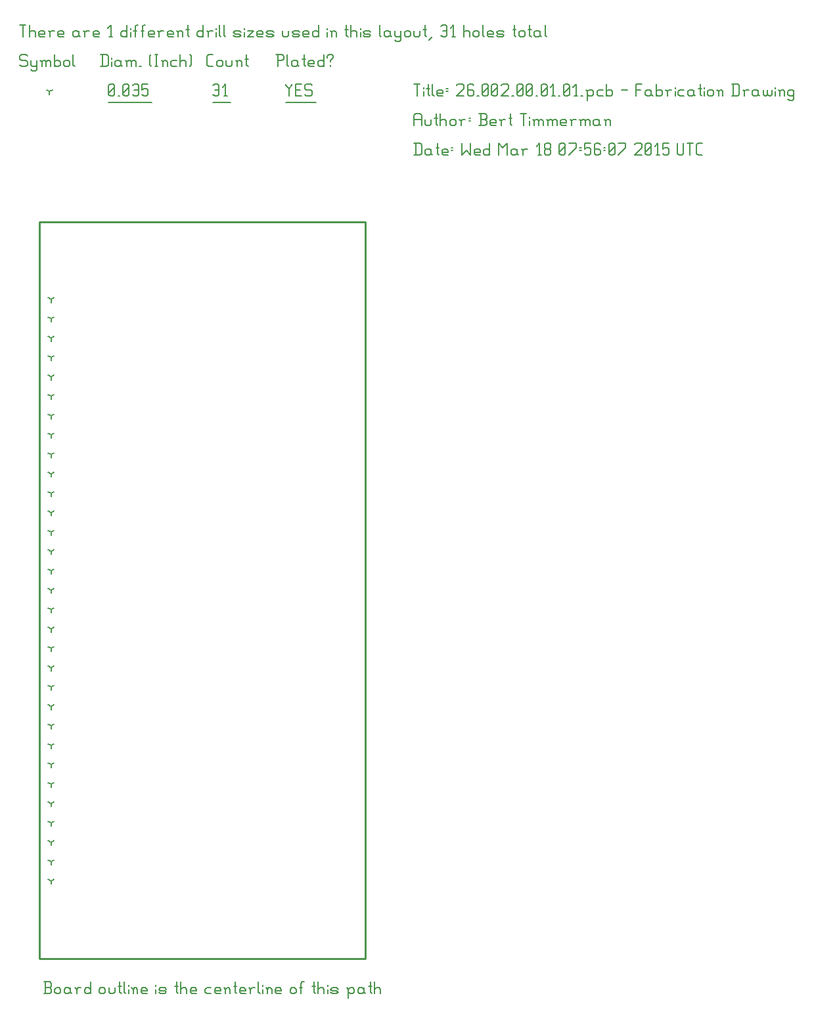
<source format=gbr>
G04 start of page 9 for group -3984 idx -3984 *
G04 Title: 26.002.00.01.01.pcb, fab *
G04 Creator: pcb 20100929 *
G04 CreationDate: Wed Mar 18 07:56:07 2015 UTC *
G04 For: bert *
G04 Format: Gerber/RS-274X *
G04 PCB-Dimensions: 196850 393701 *
G04 PCB-Coordinate-Origin: lower left *
%MOIN*%
%FSLAX25Y25*%
%LNFAB*%
%ADD14C,0.0080*%
%ADD16C,0.0100*%
%ADD17C,0.0060*%
G54D14*X15748Y344488D02*Y342888D01*
Y344488D02*X17134Y345288D01*
X15748Y344488D02*X14362Y345288D01*
X15748Y334646D02*Y333046D01*
Y334646D02*X17134Y335446D01*
X15748Y334646D02*X14362Y335446D01*
X15748Y324803D02*Y323203D01*
Y324803D02*X17134Y325603D01*
X15748Y324803D02*X14362Y325603D01*
X15748Y314961D02*Y313361D01*
Y314961D02*X17134Y315761D01*
X15748Y314961D02*X14362Y315761D01*
X15748Y305118D02*Y303518D01*
Y305118D02*X17134Y305918D01*
X15748Y305118D02*X14362Y305918D01*
X15748Y295276D02*Y293676D01*
Y295276D02*X17134Y296076D01*
X15748Y295276D02*X14362Y296076D01*
X15748Y285433D02*Y283833D01*
Y285433D02*X17134Y286233D01*
X15748Y285433D02*X14362Y286233D01*
X15748Y275591D02*Y273991D01*
Y275591D02*X17134Y276391D01*
X15748Y275591D02*X14362Y276391D01*
X15748Y265748D02*Y264148D01*
Y265748D02*X17134Y266548D01*
X15748Y265748D02*X14362Y266548D01*
X15748Y255906D02*Y254306D01*
Y255906D02*X17134Y256706D01*
X15748Y255906D02*X14362Y256706D01*
X15748Y246063D02*Y244463D01*
Y246063D02*X17134Y246863D01*
X15748Y246063D02*X14362Y246863D01*
X15748Y236221D02*Y234621D01*
Y236221D02*X17134Y237021D01*
X15748Y236221D02*X14362Y237021D01*
X15748Y226378D02*Y224778D01*
Y226378D02*X17134Y227178D01*
X15748Y226378D02*X14362Y227178D01*
X15748Y216536D02*Y214936D01*
Y216536D02*X17134Y217336D01*
X15748Y216536D02*X14362Y217336D01*
X15748Y206693D02*Y205093D01*
Y206693D02*X17134Y207493D01*
X15748Y206693D02*X14362Y207493D01*
X15748Y196851D02*Y195251D01*
Y196851D02*X17134Y197651D01*
X15748Y196851D02*X14362Y197651D01*
X15748Y187008D02*Y185408D01*
Y187008D02*X17134Y187808D01*
X15748Y187008D02*X14362Y187808D01*
X15748Y177166D02*Y175566D01*
Y177166D02*X17134Y177966D01*
X15748Y177166D02*X14362Y177966D01*
X15748Y167323D02*Y165723D01*
Y167323D02*X17134Y168123D01*
X15748Y167323D02*X14362Y168123D01*
X15748Y157481D02*Y155881D01*
Y157481D02*X17134Y158281D01*
X15748Y157481D02*X14362Y158281D01*
X15748Y147638D02*Y146038D01*
Y147638D02*X17134Y148438D01*
X15748Y147638D02*X14362Y148438D01*
X15748Y137795D02*Y136195D01*
Y137795D02*X17134Y138595D01*
X15748Y137795D02*X14362Y138595D01*
X15748Y127953D02*Y126353D01*
Y127953D02*X17134Y128753D01*
X15748Y127953D02*X14362Y128753D01*
X15748Y118110D02*Y116510D01*
Y118110D02*X17134Y118910D01*
X15748Y118110D02*X14362Y118910D01*
X15748Y108268D02*Y106668D01*
Y108268D02*X17134Y109068D01*
X15748Y108268D02*X14362Y109068D01*
X15748Y98425D02*Y96825D01*
Y98425D02*X17134Y99225D01*
X15748Y98425D02*X14362Y99225D01*
X15748Y88583D02*Y86983D01*
Y88583D02*X17134Y89383D01*
X15748Y88583D02*X14362Y89383D01*
X15748Y78740D02*Y77140D01*
Y78740D02*X17134Y79540D01*
X15748Y78740D02*X14362Y79540D01*
X15748Y68898D02*Y67298D01*
Y68898D02*X17134Y69698D01*
X15748Y68898D02*X14362Y69698D01*
X15748Y59055D02*Y57455D01*
Y59055D02*X17134Y59855D01*
X15748Y59055D02*X14362Y59855D01*
X15748Y49213D02*Y47613D01*
Y49213D02*X17134Y50013D01*
X15748Y49213D02*X14362Y50013D01*
X15000Y449951D02*Y448351D01*
Y449951D02*X16386Y450751D01*
X15000Y449951D02*X13614Y450751D01*
G54D17*X135000Y453701D02*Y452951D01*
X136500Y451451D01*
X138000Y452951D01*
Y453701D02*Y452951D01*
X136500Y451451D02*Y447701D01*
X139801Y450701D02*X142051D01*
X139801Y447701D02*X142801D01*
X139801Y453701D02*Y447701D01*
Y453701D02*X142801D01*
X147603D02*X148353Y452951D01*
X145353Y453701D02*X147603D01*
X144603Y452951D02*X145353Y453701D01*
X144603Y452951D02*Y451451D01*
X145353Y450701D01*
X147603D01*
X148353Y449951D01*
Y448451D01*
X147603Y447701D02*X148353Y448451D01*
X145353Y447701D02*X147603D01*
X144603Y448451D02*X145353Y447701D01*
X135000Y444450D02*X150154D01*
X98000Y452951D02*X98750Y453701D01*
X100250D01*
X101000Y452951D01*
Y448451D01*
X100250Y447701D02*X101000Y448451D01*
X98750Y447701D02*X100250D01*
X98000Y448451D02*X98750Y447701D01*
Y450701D02*X101000D01*
X103551Y447701D02*X105051D01*
X104301Y453701D02*Y447701D01*
X102801Y452201D02*X104301Y453701D01*
X98000Y444450D02*X106853D01*
X45000Y448451D02*X45750Y447701D01*
X45000Y452951D02*Y448451D01*
Y452951D02*X45750Y453701D01*
X47250D01*
X48000Y452951D01*
Y448451D01*
X47250Y447701D02*X48000Y448451D01*
X45750Y447701D02*X47250D01*
X45000Y449201D02*X48000Y452201D01*
X49801Y447701D02*X50551D01*
X52353Y448451D02*X53103Y447701D01*
X52353Y452951D02*Y448451D01*
Y452951D02*X53103Y453701D01*
X54603D01*
X55353Y452951D01*
Y448451D01*
X54603Y447701D02*X55353Y448451D01*
X53103Y447701D02*X54603D01*
X52353Y449201D02*X55353Y452201D01*
X57154Y452951D02*X57904Y453701D01*
X59404D01*
X60154Y452951D01*
Y448451D01*
X59404Y447701D02*X60154Y448451D01*
X57904Y447701D02*X59404D01*
X57154Y448451D02*X57904Y447701D01*
Y450701D02*X60154D01*
X61956Y453701D02*X64956D01*
X61956D02*Y450701D01*
X62706Y451451D01*
X64206D01*
X64956Y450701D01*
Y448451D01*
X64206Y447701D02*X64956Y448451D01*
X62706Y447701D02*X64206D01*
X61956Y448451D02*X62706Y447701D01*
X45000Y444450D02*X66757D01*
X3000Y468701D02*X3750Y467951D01*
X750Y468701D02*X3000D01*
X0Y467951D02*X750Y468701D01*
X0Y467951D02*Y466451D01*
X750Y465701D01*
X3000D01*
X3750Y464951D01*
Y463451D01*
X3000Y462701D02*X3750Y463451D01*
X750Y462701D02*X3000D01*
X0Y463451D02*X750Y462701D01*
X5551Y465701D02*Y463451D01*
X6301Y462701D01*
X8551Y465701D02*Y461201D01*
X7801Y460451D02*X8551Y461201D01*
X6301Y460451D02*X7801D01*
X5551Y461201D02*X6301Y460451D01*
Y462701D02*X7801D01*
X8551Y463451D01*
X11103Y464951D02*Y462701D01*
Y464951D02*X11853Y465701D01*
X12603D01*
X13353Y464951D01*
Y462701D01*
Y464951D02*X14103Y465701D01*
X14853D01*
X15603Y464951D01*
Y462701D01*
X10353Y465701D02*X11103Y464951D01*
X17404Y468701D02*Y462701D01*
Y463451D02*X18154Y462701D01*
X19654D01*
X20404Y463451D01*
Y464951D02*Y463451D01*
X19654Y465701D02*X20404Y464951D01*
X18154Y465701D02*X19654D01*
X17404Y464951D02*X18154Y465701D01*
X22206Y464951D02*Y463451D01*
Y464951D02*X22956Y465701D01*
X24456D01*
X25206Y464951D01*
Y463451D01*
X24456Y462701D02*X25206Y463451D01*
X22956Y462701D02*X24456D01*
X22206Y463451D02*X22956Y462701D01*
X27007Y468701D02*Y463451D01*
X27757Y462701D01*
X41750Y468701D02*Y462701D01*
X44000Y468701D02*X44750Y467951D01*
Y463451D01*
X44000Y462701D02*X44750Y463451D01*
X41000Y462701D02*X44000D01*
X41000Y468701D02*X44000D01*
X46551Y467201D02*Y466451D01*
Y464951D02*Y462701D01*
X50303Y465701D02*X51053Y464951D01*
X48803Y465701D02*X50303D01*
X48053Y464951D02*X48803Y465701D01*
X48053Y464951D02*Y463451D01*
X48803Y462701D01*
X51053Y465701D02*Y463451D01*
X51803Y462701D01*
X48803D02*X50303D01*
X51053Y463451D01*
X54354Y464951D02*Y462701D01*
Y464951D02*X55104Y465701D01*
X55854D01*
X56604Y464951D01*
Y462701D01*
Y464951D02*X57354Y465701D01*
X58104D01*
X58854Y464951D01*
Y462701D01*
X53604Y465701D02*X54354Y464951D01*
X60656Y462701D02*X61406D01*
X65907Y463451D02*X66657Y462701D01*
X65907Y467951D02*X66657Y468701D01*
X65907Y467951D02*Y463451D01*
X68459Y468701D02*X69959D01*
X69209D02*Y462701D01*
X68459D02*X69959D01*
X72510Y464951D02*Y462701D01*
Y464951D02*X73260Y465701D01*
X74010D01*
X74760Y464951D01*
Y462701D01*
X71760Y465701D02*X72510Y464951D01*
X77312Y465701D02*X79562D01*
X76562Y464951D02*X77312Y465701D01*
X76562Y464951D02*Y463451D01*
X77312Y462701D01*
X79562D01*
X81363Y468701D02*Y462701D01*
Y464951D02*X82113Y465701D01*
X83613D01*
X84363Y464951D01*
Y462701D01*
X86165Y468701D02*X86915Y467951D01*
Y463451D01*
X86165Y462701D02*X86915Y463451D01*
X95750Y462701D02*X98000D01*
X95000Y463451D02*X95750Y462701D01*
X95000Y467951D02*Y463451D01*
Y467951D02*X95750Y468701D01*
X98000D01*
X99801Y464951D02*Y463451D01*
Y464951D02*X100551Y465701D01*
X102051D01*
X102801Y464951D01*
Y463451D01*
X102051Y462701D02*X102801Y463451D01*
X100551Y462701D02*X102051D01*
X99801Y463451D02*X100551Y462701D01*
X104603Y465701D02*Y463451D01*
X105353Y462701D01*
X106853D01*
X107603Y463451D01*
Y465701D02*Y463451D01*
X110154Y464951D02*Y462701D01*
Y464951D02*X110904Y465701D01*
X111654D01*
X112404Y464951D01*
Y462701D01*
X109404Y465701D02*X110154Y464951D01*
X114956Y468701D02*Y463451D01*
X115706Y462701D01*
X114206Y466451D02*X115706D01*
X130750Y468701D02*Y462701D01*
X130000Y468701D02*X133000D01*
X133750Y467951D01*
Y466451D01*
X133000Y465701D02*X133750Y466451D01*
X130750Y465701D02*X133000D01*
X135551Y468701D02*Y463451D01*
X136301Y462701D01*
X140053Y465701D02*X140803Y464951D01*
X138553Y465701D02*X140053D01*
X137803Y464951D02*X138553Y465701D01*
X137803Y464951D02*Y463451D01*
X138553Y462701D01*
X140803Y465701D02*Y463451D01*
X141553Y462701D01*
X138553D02*X140053D01*
X140803Y463451D01*
X144104Y468701D02*Y463451D01*
X144854Y462701D01*
X143354Y466451D02*X144854D01*
X147106Y462701D02*X149356D01*
X146356Y463451D02*X147106Y462701D01*
X146356Y464951D02*Y463451D01*
Y464951D02*X147106Y465701D01*
X148606D01*
X149356Y464951D01*
X146356Y464201D02*X149356D01*
Y464951D02*Y464201D01*
X154157Y468701D02*Y462701D01*
X153407D02*X154157Y463451D01*
X151907Y462701D02*X153407D01*
X151157Y463451D02*X151907Y462701D01*
X151157Y464951D02*Y463451D01*
Y464951D02*X151907Y465701D01*
X153407D01*
X154157Y464951D01*
X157459Y465701D02*Y464951D01*
Y463451D02*Y462701D01*
X155959Y467951D02*Y467201D01*
Y467951D02*X156709Y468701D01*
X158209D01*
X158959Y467951D01*
Y467201D01*
X157459Y465701D02*X158959Y467201D01*
X0Y483701D02*X3000D01*
X1500D02*Y477701D01*
X4801Y483701D02*Y477701D01*
Y479951D02*X5551Y480701D01*
X7051D01*
X7801Y479951D01*
Y477701D01*
X10353D02*X12603D01*
X9603Y478451D02*X10353Y477701D01*
X9603Y479951D02*Y478451D01*
Y479951D02*X10353Y480701D01*
X11853D01*
X12603Y479951D01*
X9603Y479201D02*X12603D01*
Y479951D02*Y479201D01*
X15154Y479951D02*Y477701D01*
Y479951D02*X15904Y480701D01*
X17404D01*
X14404D02*X15154Y479951D01*
X19956Y477701D02*X22206D01*
X19206Y478451D02*X19956Y477701D01*
X19206Y479951D02*Y478451D01*
Y479951D02*X19956Y480701D01*
X21456D01*
X22206Y479951D01*
X19206Y479201D02*X22206D01*
Y479951D02*Y479201D01*
X28957Y480701D02*X29707Y479951D01*
X27457Y480701D02*X28957D01*
X26707Y479951D02*X27457Y480701D01*
X26707Y479951D02*Y478451D01*
X27457Y477701D01*
X29707Y480701D02*Y478451D01*
X30457Y477701D01*
X27457D02*X28957D01*
X29707Y478451D01*
X33009Y479951D02*Y477701D01*
Y479951D02*X33759Y480701D01*
X35259D01*
X32259D02*X33009Y479951D01*
X37810Y477701D02*X40060D01*
X37060Y478451D02*X37810Y477701D01*
X37060Y479951D02*Y478451D01*
Y479951D02*X37810Y480701D01*
X39310D01*
X40060Y479951D01*
X37060Y479201D02*X40060D01*
Y479951D02*Y479201D01*
X45312Y477701D02*X46812D01*
X46062Y483701D02*Y477701D01*
X44562Y482201D02*X46062Y483701D01*
X54313D02*Y477701D01*
X53563D02*X54313Y478451D01*
X52063Y477701D02*X53563D01*
X51313Y478451D02*X52063Y477701D01*
X51313Y479951D02*Y478451D01*
Y479951D02*X52063Y480701D01*
X53563D01*
X54313Y479951D01*
X56115Y482201D02*Y481451D01*
Y479951D02*Y477701D01*
X58366Y482951D02*Y477701D01*
Y482951D02*X59116Y483701D01*
X59866D01*
X57616Y480701D02*X59116D01*
X62118Y482951D02*Y477701D01*
Y482951D02*X62868Y483701D01*
X63618D01*
X61368Y480701D02*X62868D01*
X65869Y477701D02*X68119D01*
X65119Y478451D02*X65869Y477701D01*
X65119Y479951D02*Y478451D01*
Y479951D02*X65869Y480701D01*
X67369D01*
X68119Y479951D01*
X65119Y479201D02*X68119D01*
Y479951D02*Y479201D01*
X70671Y479951D02*Y477701D01*
Y479951D02*X71421Y480701D01*
X72921D01*
X69921D02*X70671Y479951D01*
X75472Y477701D02*X77722D01*
X74722Y478451D02*X75472Y477701D01*
X74722Y479951D02*Y478451D01*
Y479951D02*X75472Y480701D01*
X76972D01*
X77722Y479951D01*
X74722Y479201D02*X77722D01*
Y479951D02*Y479201D01*
X80274Y479951D02*Y477701D01*
Y479951D02*X81024Y480701D01*
X81774D01*
X82524Y479951D01*
Y477701D01*
X79524Y480701D02*X80274Y479951D01*
X85075Y483701D02*Y478451D01*
X85825Y477701D01*
X84325Y481451D02*X85825D01*
X93027Y483701D02*Y477701D01*
X92277D02*X93027Y478451D01*
X90777Y477701D02*X92277D01*
X90027Y478451D02*X90777Y477701D01*
X90027Y479951D02*Y478451D01*
Y479951D02*X90777Y480701D01*
X92277D01*
X93027Y479951D01*
X95578D02*Y477701D01*
Y479951D02*X96328Y480701D01*
X97828D01*
X94828D02*X95578Y479951D01*
X99630Y482201D02*Y481451D01*
Y479951D02*Y477701D01*
X101131Y483701D02*Y478451D01*
X101881Y477701D01*
X103383Y483701D02*Y478451D01*
X104133Y477701D01*
X109084D02*X111334D01*
X112084Y478451D01*
X111334Y479201D02*X112084Y478451D01*
X109084Y479201D02*X111334D01*
X108334Y479951D02*X109084Y479201D01*
X108334Y479951D02*X109084Y480701D01*
X111334D01*
X112084Y479951D01*
X108334Y478451D02*X109084Y477701D01*
X113886Y482201D02*Y481451D01*
Y479951D02*Y477701D01*
X115387Y480701D02*X118387D01*
X115387Y477701D02*X118387Y480701D01*
X115387Y477701D02*X118387D01*
X120939D02*X123189D01*
X120189Y478451D02*X120939Y477701D01*
X120189Y479951D02*Y478451D01*
Y479951D02*X120939Y480701D01*
X122439D01*
X123189Y479951D01*
X120189Y479201D02*X123189D01*
Y479951D02*Y479201D01*
X125740Y477701D02*X127990D01*
X128740Y478451D01*
X127990Y479201D02*X128740Y478451D01*
X125740Y479201D02*X127990D01*
X124990Y479951D02*X125740Y479201D01*
X124990Y479951D02*X125740Y480701D01*
X127990D01*
X128740Y479951D01*
X124990Y478451D02*X125740Y477701D01*
X133242Y480701D02*Y478451D01*
X133992Y477701D01*
X135492D01*
X136242Y478451D01*
Y480701D02*Y478451D01*
X138793Y477701D02*X141043D01*
X141793Y478451D01*
X141043Y479201D02*X141793Y478451D01*
X138793Y479201D02*X141043D01*
X138043Y479951D02*X138793Y479201D01*
X138043Y479951D02*X138793Y480701D01*
X141043D01*
X141793Y479951D01*
X138043Y478451D02*X138793Y477701D01*
X144345D02*X146595D01*
X143595Y478451D02*X144345Y477701D01*
X143595Y479951D02*Y478451D01*
Y479951D02*X144345Y480701D01*
X145845D01*
X146595Y479951D01*
X143595Y479201D02*X146595D01*
Y479951D02*Y479201D01*
X151396Y483701D02*Y477701D01*
X150646D02*X151396Y478451D01*
X149146Y477701D02*X150646D01*
X148396Y478451D02*X149146Y477701D01*
X148396Y479951D02*Y478451D01*
Y479951D02*X149146Y480701D01*
X150646D01*
X151396Y479951D01*
X155898Y482201D02*Y481451D01*
Y479951D02*Y477701D01*
X158149Y479951D02*Y477701D01*
Y479951D02*X158899Y480701D01*
X159649D01*
X160399Y479951D01*
Y477701D01*
X157399Y480701D02*X158149Y479951D01*
X165651Y483701D02*Y478451D01*
X166401Y477701D01*
X164901Y481451D02*X166401D01*
X167902Y483701D02*Y477701D01*
Y479951D02*X168652Y480701D01*
X170152D01*
X170902Y479951D01*
Y477701D01*
X172704Y482201D02*Y481451D01*
Y479951D02*Y477701D01*
X174955D02*X177205D01*
X177955Y478451D01*
X177205Y479201D02*X177955Y478451D01*
X174955Y479201D02*X177205D01*
X174205Y479951D02*X174955Y479201D01*
X174205Y479951D02*X174955Y480701D01*
X177205D01*
X177955Y479951D01*
X174205Y478451D02*X174955Y477701D01*
X182457Y483701D02*Y478451D01*
X183207Y477701D01*
X186958Y480701D02*X187708Y479951D01*
X185458Y480701D02*X186958D01*
X184708Y479951D02*X185458Y480701D01*
X184708Y479951D02*Y478451D01*
X185458Y477701D01*
X187708Y480701D02*Y478451D01*
X188458Y477701D01*
X185458D02*X186958D01*
X187708Y478451D01*
X190260Y480701D02*Y478451D01*
X191010Y477701D01*
X193260Y480701D02*Y476201D01*
X192510Y475451D02*X193260Y476201D01*
X191010Y475451D02*X192510D01*
X190260Y476201D02*X191010Y475451D01*
Y477701D02*X192510D01*
X193260Y478451D01*
X195061Y479951D02*Y478451D01*
Y479951D02*X195811Y480701D01*
X197311D01*
X198061Y479951D01*
Y478451D01*
X197311Y477701D02*X198061Y478451D01*
X195811Y477701D02*X197311D01*
X195061Y478451D02*X195811Y477701D01*
X199863Y480701D02*Y478451D01*
X200613Y477701D01*
X202113D01*
X202863Y478451D01*
Y480701D02*Y478451D01*
X205414Y483701D02*Y478451D01*
X206164Y477701D01*
X204664Y481451D02*X206164D01*
X207666Y476201D02*X209166Y477701D01*
X213667Y482951D02*X214417Y483701D01*
X215917D01*
X216667Y482951D01*
Y478451D01*
X215917Y477701D02*X216667Y478451D01*
X214417Y477701D02*X215917D01*
X213667Y478451D02*X214417Y477701D01*
Y480701D02*X216667D01*
X219219Y477701D02*X220719D01*
X219969Y483701D02*Y477701D01*
X218469Y482201D02*X219969Y483701D01*
X225220D02*Y477701D01*
Y479951D02*X225970Y480701D01*
X227470D01*
X228220Y479951D01*
Y477701D01*
X230022Y479951D02*Y478451D01*
Y479951D02*X230772Y480701D01*
X232272D01*
X233022Y479951D01*
Y478451D01*
X232272Y477701D02*X233022Y478451D01*
X230772Y477701D02*X232272D01*
X230022Y478451D02*X230772Y477701D01*
X234823Y483701D02*Y478451D01*
X235573Y477701D01*
X237825D02*X240075D01*
X237075Y478451D02*X237825Y477701D01*
X237075Y479951D02*Y478451D01*
Y479951D02*X237825Y480701D01*
X239325D01*
X240075Y479951D01*
X237075Y479201D02*X240075D01*
Y479951D02*Y479201D01*
X242626Y477701D02*X244876D01*
X245626Y478451D01*
X244876Y479201D02*X245626Y478451D01*
X242626Y479201D02*X244876D01*
X241876Y479951D02*X242626Y479201D01*
X241876Y479951D02*X242626Y480701D01*
X244876D01*
X245626Y479951D01*
X241876Y478451D02*X242626Y477701D01*
X250878Y483701D02*Y478451D01*
X251628Y477701D01*
X250128Y481451D02*X251628D01*
X253129Y479951D02*Y478451D01*
Y479951D02*X253879Y480701D01*
X255379D01*
X256129Y479951D01*
Y478451D01*
X255379Y477701D02*X256129Y478451D01*
X253879Y477701D02*X255379D01*
X253129Y478451D02*X253879Y477701D01*
X258681Y483701D02*Y478451D01*
X259431Y477701D01*
X257931Y481451D02*X259431D01*
X263182Y480701D02*X263932Y479951D01*
X261682Y480701D02*X263182D01*
X260932Y479951D02*X261682Y480701D01*
X260932Y479951D02*Y478451D01*
X261682Y477701D01*
X263932Y480701D02*Y478451D01*
X264682Y477701D01*
X261682D02*X263182D01*
X263932Y478451D01*
X266484Y483701D02*Y478451D01*
X267234Y477701D01*
G54D16*X175197Y383858D02*Y9843D01*
Y9842D02*X9843D01*
Y383858D01*
X175197D01*
G54D17*X12073Y-8000D02*X15073D01*
X15823Y-7250D01*
Y-5750D02*Y-7250D01*
X15073Y-5000D02*X15823Y-5750D01*
X12823Y-5000D02*X15073D01*
X12823Y-2000D02*Y-8000D01*
X12073Y-2000D02*X15073D01*
X15823Y-2750D01*
Y-4250D01*
X15073Y-5000D02*X15823Y-4250D01*
X17624Y-5750D02*Y-7250D01*
Y-5750D02*X18374Y-5000D01*
X19874D01*
X20624Y-5750D01*
Y-7250D01*
X19874Y-8000D02*X20624Y-7250D01*
X18374Y-8000D02*X19874D01*
X17624Y-7250D02*X18374Y-8000D01*
X24676Y-5000D02*X25426Y-5750D01*
X23176Y-5000D02*X24676D01*
X22426Y-5750D02*X23176Y-5000D01*
X22426Y-5750D02*Y-7250D01*
X23176Y-8000D01*
X25426Y-5000D02*Y-7250D01*
X26176Y-8000D01*
X23176D02*X24676D01*
X25426Y-7250D01*
X28727Y-5750D02*Y-8000D01*
Y-5750D02*X29477Y-5000D01*
X30977D01*
X27977D02*X28727Y-5750D01*
X35779Y-2000D02*Y-8000D01*
X35029D02*X35779Y-7250D01*
X33529Y-8000D02*X35029D01*
X32779Y-7250D02*X33529Y-8000D01*
X32779Y-5750D02*Y-7250D01*
Y-5750D02*X33529Y-5000D01*
X35029D01*
X35779Y-5750D01*
X40280D02*Y-7250D01*
Y-5750D02*X41030Y-5000D01*
X42530D01*
X43280Y-5750D01*
Y-7250D01*
X42530Y-8000D02*X43280Y-7250D01*
X41030Y-8000D02*X42530D01*
X40280Y-7250D02*X41030Y-8000D01*
X45082Y-5000D02*Y-7250D01*
X45832Y-8000D01*
X47332D01*
X48082Y-7250D01*
Y-5000D02*Y-7250D01*
X50633Y-2000D02*Y-7250D01*
X51383Y-8000D01*
X49883Y-4250D02*X51383D01*
X52885Y-2000D02*Y-7250D01*
X53635Y-8000D01*
X55136Y-3500D02*Y-4250D01*
Y-5750D02*Y-8000D01*
X57388Y-5750D02*Y-8000D01*
Y-5750D02*X58138Y-5000D01*
X58888D01*
X59638Y-5750D01*
Y-8000D01*
X56638Y-5000D02*X57388Y-5750D01*
X62189Y-8000D02*X64439D01*
X61439Y-7250D02*X62189Y-8000D01*
X61439Y-5750D02*Y-7250D01*
Y-5750D02*X62189Y-5000D01*
X63689D01*
X64439Y-5750D01*
X61439Y-6500D02*X64439D01*
Y-5750D02*Y-6500D01*
X68941Y-3500D02*Y-4250D01*
Y-5750D02*Y-8000D01*
X71192D02*X73442D01*
X74192Y-7250D01*
X73442Y-6500D02*X74192Y-7250D01*
X71192Y-6500D02*X73442D01*
X70442Y-5750D02*X71192Y-6500D01*
X70442Y-5750D02*X71192Y-5000D01*
X73442D01*
X74192Y-5750D01*
X70442Y-7250D02*X71192Y-8000D01*
X79444Y-2000D02*Y-7250D01*
X80194Y-8000D01*
X78694Y-4250D02*X80194D01*
X81695Y-2000D02*Y-8000D01*
Y-5750D02*X82445Y-5000D01*
X83945D01*
X84695Y-5750D01*
Y-8000D01*
X87247D02*X89497D01*
X86497Y-7250D02*X87247Y-8000D01*
X86497Y-5750D02*Y-7250D01*
Y-5750D02*X87247Y-5000D01*
X88747D01*
X89497Y-5750D01*
X86497Y-6500D02*X89497D01*
Y-5750D02*Y-6500D01*
X94748Y-5000D02*X96998D01*
X93998Y-5750D02*X94748Y-5000D01*
X93998Y-5750D02*Y-7250D01*
X94748Y-8000D01*
X96998D01*
X99550D02*X101800D01*
X98800Y-7250D02*X99550Y-8000D01*
X98800Y-5750D02*Y-7250D01*
Y-5750D02*X99550Y-5000D01*
X101050D01*
X101800Y-5750D01*
X98800Y-6500D02*X101800D01*
Y-5750D02*Y-6500D01*
X104351Y-5750D02*Y-8000D01*
Y-5750D02*X105101Y-5000D01*
X105851D01*
X106601Y-5750D01*
Y-8000D01*
X103601Y-5000D02*X104351Y-5750D01*
X109153Y-2000D02*Y-7250D01*
X109903Y-8000D01*
X108403Y-4250D02*X109903D01*
X112154Y-8000D02*X114404D01*
X111404Y-7250D02*X112154Y-8000D01*
X111404Y-5750D02*Y-7250D01*
Y-5750D02*X112154Y-5000D01*
X113654D01*
X114404Y-5750D01*
X111404Y-6500D02*X114404D01*
Y-5750D02*Y-6500D01*
X116956Y-5750D02*Y-8000D01*
Y-5750D02*X117706Y-5000D01*
X119206D01*
X116206D02*X116956Y-5750D01*
X121007Y-2000D02*Y-7250D01*
X121757Y-8000D01*
X123259Y-3500D02*Y-4250D01*
Y-5750D02*Y-8000D01*
X125510Y-5750D02*Y-8000D01*
Y-5750D02*X126260Y-5000D01*
X127010D01*
X127760Y-5750D01*
Y-8000D01*
X124760Y-5000D02*X125510Y-5750D01*
X130312Y-8000D02*X132562D01*
X129562Y-7250D02*X130312Y-8000D01*
X129562Y-5750D02*Y-7250D01*
Y-5750D02*X130312Y-5000D01*
X131812D01*
X132562Y-5750D01*
X129562Y-6500D02*X132562D01*
Y-5750D02*Y-6500D01*
X137063Y-5750D02*Y-7250D01*
Y-5750D02*X137813Y-5000D01*
X139313D01*
X140063Y-5750D01*
Y-7250D01*
X139313Y-8000D02*X140063Y-7250D01*
X137813Y-8000D02*X139313D01*
X137063Y-7250D02*X137813Y-8000D01*
X142615Y-2750D02*Y-8000D01*
Y-2750D02*X143365Y-2000D01*
X144115D01*
X141865Y-5000D02*X143365D01*
X149066Y-2000D02*Y-7250D01*
X149816Y-8000D01*
X148316Y-4250D02*X149816D01*
X151318Y-2000D02*Y-8000D01*
Y-5750D02*X152068Y-5000D01*
X153568D01*
X154318Y-5750D01*
Y-8000D01*
X156119Y-3500D02*Y-4250D01*
Y-5750D02*Y-8000D01*
X158371D02*X160621D01*
X161371Y-7250D01*
X160621Y-6500D02*X161371Y-7250D01*
X158371Y-6500D02*X160621D01*
X157621Y-5750D02*X158371Y-6500D01*
X157621Y-5750D02*X158371Y-5000D01*
X160621D01*
X161371Y-5750D01*
X157621Y-7250D02*X158371Y-8000D01*
X166622Y-5750D02*Y-10250D01*
X165872Y-5000D02*X166622Y-5750D01*
X167372Y-5000D01*
X168872D01*
X169622Y-5750D01*
Y-7250D01*
X168872Y-8000D02*X169622Y-7250D01*
X167372Y-8000D02*X168872D01*
X166622Y-7250D02*X167372Y-8000D01*
X173674Y-5000D02*X174424Y-5750D01*
X172174Y-5000D02*X173674D01*
X171424Y-5750D02*X172174Y-5000D01*
X171424Y-5750D02*Y-7250D01*
X172174Y-8000D01*
X174424Y-5000D02*Y-7250D01*
X175174Y-8000D01*
X172174D02*X173674D01*
X174424Y-7250D01*
X177725Y-2000D02*Y-7250D01*
X178475Y-8000D01*
X176975Y-4250D02*X178475D01*
X179977Y-2000D02*Y-8000D01*
Y-5750D02*X180727Y-5000D01*
X182227D01*
X182977Y-5750D01*
Y-8000D01*
X200750Y423701D02*Y417701D01*
X203000Y423701D02*X203750Y422951D01*
Y418451D01*
X203000Y417701D02*X203750Y418451D01*
X200000Y417701D02*X203000D01*
X200000Y423701D02*X203000D01*
X207801Y420701D02*X208551Y419951D01*
X206301Y420701D02*X207801D01*
X205551Y419951D02*X206301Y420701D01*
X205551Y419951D02*Y418451D01*
X206301Y417701D01*
X208551Y420701D02*Y418451D01*
X209301Y417701D01*
X206301D02*X207801D01*
X208551Y418451D01*
X211853Y423701D02*Y418451D01*
X212603Y417701D01*
X211103Y421451D02*X212603D01*
X214854Y417701D02*X217104D01*
X214104Y418451D02*X214854Y417701D01*
X214104Y419951D02*Y418451D01*
Y419951D02*X214854Y420701D01*
X216354D01*
X217104Y419951D01*
X214104Y419201D02*X217104D01*
Y419951D02*Y419201D01*
X218906Y421451D02*X219656D01*
X218906Y419951D02*X219656D01*
X224157Y423701D02*Y417701D01*
X226407Y419951D01*
X228657Y417701D01*
Y423701D02*Y417701D01*
X231209D02*X233459D01*
X230459Y418451D02*X231209Y417701D01*
X230459Y419951D02*Y418451D01*
Y419951D02*X231209Y420701D01*
X232709D01*
X233459Y419951D01*
X230459Y419201D02*X233459D01*
Y419951D02*Y419201D01*
X238260Y423701D02*Y417701D01*
X237510D02*X238260Y418451D01*
X236010Y417701D02*X237510D01*
X235260Y418451D02*X236010Y417701D01*
X235260Y419951D02*Y418451D01*
Y419951D02*X236010Y420701D01*
X237510D01*
X238260Y419951D01*
X242762Y423701D02*Y417701D01*
Y423701D02*X245012Y421451D01*
X247262Y423701D01*
Y417701D01*
X251313Y420701D02*X252063Y419951D01*
X249813Y420701D02*X251313D01*
X249063Y419951D02*X249813Y420701D01*
X249063Y419951D02*Y418451D01*
X249813Y417701D01*
X252063Y420701D02*Y418451D01*
X252813Y417701D01*
X249813D02*X251313D01*
X252063Y418451D01*
X255365Y419951D02*Y417701D01*
Y419951D02*X256115Y420701D01*
X257615D01*
X254615D02*X255365Y419951D01*
X262866Y417701D02*X264366D01*
X263616Y423701D02*Y417701D01*
X262116Y422201D02*X263616Y423701D01*
X266168Y418451D02*X266918Y417701D01*
X266168Y419951D02*Y418451D01*
Y419951D02*X266918Y420701D01*
X268418D01*
X269168Y419951D01*
Y418451D01*
X268418Y417701D02*X269168Y418451D01*
X266918Y417701D02*X268418D01*
X266168Y421451D02*X266918Y420701D01*
X266168Y422951D02*Y421451D01*
Y422951D02*X266918Y423701D01*
X268418D01*
X269168Y422951D01*
Y421451D01*
X268418Y420701D02*X269168Y421451D01*
X273669Y418451D02*X274419Y417701D01*
X273669Y422951D02*Y418451D01*
Y422951D02*X274419Y423701D01*
X275919D01*
X276669Y422951D01*
Y418451D01*
X275919Y417701D02*X276669Y418451D01*
X274419Y417701D02*X275919D01*
X273669Y419201D02*X276669Y422201D01*
X278471Y417701D02*X282221Y421451D01*
Y423701D02*Y421451D01*
X278471Y423701D02*X282221D01*
X284022Y421451D02*X284772D01*
X284022Y419951D02*X284772D01*
X286574Y423701D02*X289574D01*
X286574D02*Y420701D01*
X287324Y421451D01*
X288824D01*
X289574Y420701D01*
Y418451D01*
X288824Y417701D02*X289574Y418451D01*
X287324Y417701D02*X288824D01*
X286574Y418451D02*X287324Y417701D01*
X293625Y423701D02*X294375Y422951D01*
X292125Y423701D02*X293625D01*
X291375Y422951D02*X292125Y423701D01*
X291375Y422951D02*Y418451D01*
X292125Y417701D01*
X293625Y420701D02*X294375Y419951D01*
X291375Y420701D02*X293625D01*
X292125Y417701D02*X293625D01*
X294375Y418451D01*
Y419951D02*Y418451D01*
X296177Y421451D02*X296927D01*
X296177Y419951D02*X296927D01*
X298728Y418451D02*X299478Y417701D01*
X298728Y422951D02*Y418451D01*
Y422951D02*X299478Y423701D01*
X300978D01*
X301728Y422951D01*
Y418451D01*
X300978Y417701D02*X301728Y418451D01*
X299478Y417701D02*X300978D01*
X298728Y419201D02*X301728Y422201D01*
X303530Y417701D02*X307280Y421451D01*
Y423701D02*Y421451D01*
X303530Y423701D02*X307280D01*
X311781Y422951D02*X312531Y423701D01*
X314781D01*
X315531Y422951D01*
Y421451D01*
X311781Y417701D02*X315531Y421451D01*
X311781Y417701D02*X315531D01*
X317333Y418451D02*X318083Y417701D01*
X317333Y422951D02*Y418451D01*
Y422951D02*X318083Y423701D01*
X319583D01*
X320333Y422951D01*
Y418451D01*
X319583Y417701D02*X320333Y418451D01*
X318083Y417701D02*X319583D01*
X317333Y419201D02*X320333Y422201D01*
X322884Y417701D02*X324384D01*
X323634Y423701D02*Y417701D01*
X322134Y422201D02*X323634Y423701D01*
X326186D02*X329186D01*
X326186D02*Y420701D01*
X326936Y421451D01*
X328436D01*
X329186Y420701D01*
Y418451D01*
X328436Y417701D02*X329186Y418451D01*
X326936Y417701D02*X328436D01*
X326186Y418451D02*X326936Y417701D01*
X333687Y423701D02*Y418451D01*
X334437Y417701D01*
X335937D01*
X336687Y418451D01*
Y423701D02*Y418451D01*
X338489Y423701D02*X341489D01*
X339989D02*Y417701D01*
X344040D02*X346290D01*
X343290Y418451D02*X344040Y417701D01*
X343290Y422951D02*Y418451D01*
Y422951D02*X344040Y423701D01*
X346290D01*
X200000Y437951D02*Y432701D01*
Y437951D02*X200750Y438701D01*
X203000D01*
X203750Y437951D01*
Y432701D01*
X200000Y435701D02*X203750D01*
X205551D02*Y433451D01*
X206301Y432701D01*
X207801D01*
X208551Y433451D01*
Y435701D02*Y433451D01*
X211103Y438701D02*Y433451D01*
X211853Y432701D01*
X210353Y436451D02*X211853D01*
X213354Y438701D02*Y432701D01*
Y434951D02*X214104Y435701D01*
X215604D01*
X216354Y434951D01*
Y432701D01*
X218156Y434951D02*Y433451D01*
Y434951D02*X218906Y435701D01*
X220406D01*
X221156Y434951D01*
Y433451D01*
X220406Y432701D02*X221156Y433451D01*
X218906Y432701D02*X220406D01*
X218156Y433451D02*X218906Y432701D01*
X223707Y434951D02*Y432701D01*
Y434951D02*X224457Y435701D01*
X225957D01*
X222957D02*X223707Y434951D01*
X227759Y436451D02*X228509D01*
X227759Y434951D02*X228509D01*
X233010Y432701D02*X236010D01*
X236760Y433451D01*
Y434951D02*Y433451D01*
X236010Y435701D02*X236760Y434951D01*
X233760Y435701D02*X236010D01*
X233760Y438701D02*Y432701D01*
X233010Y438701D02*X236010D01*
X236760Y437951D01*
Y436451D01*
X236010Y435701D02*X236760Y436451D01*
X239312Y432701D02*X241562D01*
X238562Y433451D02*X239312Y432701D01*
X238562Y434951D02*Y433451D01*
Y434951D02*X239312Y435701D01*
X240812D01*
X241562Y434951D01*
X238562Y434201D02*X241562D01*
Y434951D02*Y434201D01*
X244113Y434951D02*Y432701D01*
Y434951D02*X244863Y435701D01*
X246363D01*
X243363D02*X244113Y434951D01*
X248915Y438701D02*Y433451D01*
X249665Y432701D01*
X248165Y436451D02*X249665D01*
X253866Y438701D02*X256866D01*
X255366D02*Y432701D01*
X258668Y437201D02*Y436451D01*
Y434951D02*Y432701D01*
X260919Y434951D02*Y432701D01*
Y434951D02*X261669Y435701D01*
X262419D01*
X263169Y434951D01*
Y432701D01*
Y434951D02*X263919Y435701D01*
X264669D01*
X265419Y434951D01*
Y432701D01*
X260169Y435701D02*X260919Y434951D01*
X267971D02*Y432701D01*
Y434951D02*X268721Y435701D01*
X269471D01*
X270221Y434951D01*
Y432701D01*
Y434951D02*X270971Y435701D01*
X271721D01*
X272471Y434951D01*
Y432701D01*
X267221Y435701D02*X267971Y434951D01*
X275022Y432701D02*X277272D01*
X274272Y433451D02*X275022Y432701D01*
X274272Y434951D02*Y433451D01*
Y434951D02*X275022Y435701D01*
X276522D01*
X277272Y434951D01*
X274272Y434201D02*X277272D01*
Y434951D02*Y434201D01*
X279824Y434951D02*Y432701D01*
Y434951D02*X280574Y435701D01*
X282074D01*
X279074D02*X279824Y434951D01*
X284625D02*Y432701D01*
Y434951D02*X285375Y435701D01*
X286125D01*
X286875Y434951D01*
Y432701D01*
Y434951D02*X287625Y435701D01*
X288375D01*
X289125Y434951D01*
Y432701D01*
X283875Y435701D02*X284625Y434951D01*
X293177Y435701D02*X293927Y434951D01*
X291677Y435701D02*X293177D01*
X290927Y434951D02*X291677Y435701D01*
X290927Y434951D02*Y433451D01*
X291677Y432701D01*
X293927Y435701D02*Y433451D01*
X294677Y432701D01*
X291677D02*X293177D01*
X293927Y433451D01*
X297228Y434951D02*Y432701D01*
Y434951D02*X297978Y435701D01*
X298728D01*
X299478Y434951D01*
Y432701D01*
X296478Y435701D02*X297228Y434951D01*
X200000Y453701D02*X203000D01*
X201500D02*Y447701D01*
X204801Y452201D02*Y451451D01*
Y449951D02*Y447701D01*
X207053Y453701D02*Y448451D01*
X207803Y447701D01*
X206303Y451451D02*X207803D01*
X209304Y453701D02*Y448451D01*
X210054Y447701D01*
X212306D02*X214556D01*
X211556Y448451D02*X212306Y447701D01*
X211556Y449951D02*Y448451D01*
Y449951D02*X212306Y450701D01*
X213806D01*
X214556Y449951D01*
X211556Y449201D02*X214556D01*
Y449951D02*Y449201D01*
X216357Y451451D02*X217107D01*
X216357Y449951D02*X217107D01*
X221609Y452951D02*X222359Y453701D01*
X224609D01*
X225359Y452951D01*
Y451451D01*
X221609Y447701D02*X225359Y451451D01*
X221609Y447701D02*X225359D01*
X229410Y453701D02*X230160Y452951D01*
X227910Y453701D02*X229410D01*
X227160Y452951D02*X227910Y453701D01*
X227160Y452951D02*Y448451D01*
X227910Y447701D01*
X229410Y450701D02*X230160Y449951D01*
X227160Y450701D02*X229410D01*
X227910Y447701D02*X229410D01*
X230160Y448451D01*
Y449951D02*Y448451D01*
X231962Y447701D02*X232712D01*
X234513Y448451D02*X235263Y447701D01*
X234513Y452951D02*Y448451D01*
Y452951D02*X235263Y453701D01*
X236763D01*
X237513Y452951D01*
Y448451D01*
X236763Y447701D02*X237513Y448451D01*
X235263Y447701D02*X236763D01*
X234513Y449201D02*X237513Y452201D01*
X239315Y448451D02*X240065Y447701D01*
X239315Y452951D02*Y448451D01*
Y452951D02*X240065Y453701D01*
X241565D01*
X242315Y452951D01*
Y448451D01*
X241565Y447701D02*X242315Y448451D01*
X240065Y447701D02*X241565D01*
X239315Y449201D02*X242315Y452201D01*
X244116Y452951D02*X244866Y453701D01*
X247116D01*
X247866Y452951D01*
Y451451D01*
X244116Y447701D02*X247866Y451451D01*
X244116Y447701D02*X247866D01*
X249668D02*X250418D01*
X252219Y448451D02*X252969Y447701D01*
X252219Y452951D02*Y448451D01*
Y452951D02*X252969Y453701D01*
X254469D01*
X255219Y452951D01*
Y448451D01*
X254469Y447701D02*X255219Y448451D01*
X252969Y447701D02*X254469D01*
X252219Y449201D02*X255219Y452201D01*
X257021Y448451D02*X257771Y447701D01*
X257021Y452951D02*Y448451D01*
Y452951D02*X257771Y453701D01*
X259271D01*
X260021Y452951D01*
Y448451D01*
X259271Y447701D02*X260021Y448451D01*
X257771Y447701D02*X259271D01*
X257021Y449201D02*X260021Y452201D01*
X261822Y447701D02*X262572D01*
X264374Y448451D02*X265124Y447701D01*
X264374Y452951D02*Y448451D01*
Y452951D02*X265124Y453701D01*
X266624D01*
X267374Y452951D01*
Y448451D01*
X266624Y447701D02*X267374Y448451D01*
X265124Y447701D02*X266624D01*
X264374Y449201D02*X267374Y452201D01*
X269925Y447701D02*X271425D01*
X270675Y453701D02*Y447701D01*
X269175Y452201D02*X270675Y453701D01*
X273227Y447701D02*X273977D01*
X275778Y448451D02*X276528Y447701D01*
X275778Y452951D02*Y448451D01*
Y452951D02*X276528Y453701D01*
X278028D01*
X278778Y452951D01*
Y448451D01*
X278028Y447701D02*X278778Y448451D01*
X276528Y447701D02*X278028D01*
X275778Y449201D02*X278778Y452201D01*
X281330Y447701D02*X282830D01*
X282080Y453701D02*Y447701D01*
X280580Y452201D02*X282080Y453701D01*
X284631Y447701D02*X285381D01*
X287933Y449951D02*Y445451D01*
X287183Y450701D02*X287933Y449951D01*
X288683Y450701D01*
X290183D01*
X290933Y449951D01*
Y448451D01*
X290183Y447701D02*X290933Y448451D01*
X288683Y447701D02*X290183D01*
X287933Y448451D02*X288683Y447701D01*
X293484Y450701D02*X295734D01*
X292734Y449951D02*X293484Y450701D01*
X292734Y449951D02*Y448451D01*
X293484Y447701D01*
X295734D01*
X297536Y453701D02*Y447701D01*
Y448451D02*X298286Y447701D01*
X299786D01*
X300536Y448451D01*
Y449951D02*Y448451D01*
X299786Y450701D02*X300536Y449951D01*
X298286Y450701D02*X299786D01*
X297536Y449951D02*X298286Y450701D01*
X305037D02*X308037D01*
X312539Y453701D02*Y447701D01*
Y453701D02*X315539D01*
X312539Y450701D02*X314789D01*
X319590D02*X320340Y449951D01*
X318090Y450701D02*X319590D01*
X317340Y449951D02*X318090Y450701D01*
X317340Y449951D02*Y448451D01*
X318090Y447701D01*
X320340Y450701D02*Y448451D01*
X321090Y447701D01*
X318090D02*X319590D01*
X320340Y448451D01*
X322892Y453701D02*Y447701D01*
Y448451D02*X323642Y447701D01*
X325142D01*
X325892Y448451D01*
Y449951D02*Y448451D01*
X325142Y450701D02*X325892Y449951D01*
X323642Y450701D02*X325142D01*
X322892Y449951D02*X323642Y450701D01*
X328443Y449951D02*Y447701D01*
Y449951D02*X329193Y450701D01*
X330693D01*
X327693D02*X328443Y449951D01*
X332495Y452201D02*Y451451D01*
Y449951D02*Y447701D01*
X334746Y450701D02*X336996D01*
X333996Y449951D02*X334746Y450701D01*
X333996Y449951D02*Y448451D01*
X334746Y447701D01*
X336996D01*
X341048Y450701D02*X341798Y449951D01*
X339548Y450701D02*X341048D01*
X338798Y449951D02*X339548Y450701D01*
X338798Y449951D02*Y448451D01*
X339548Y447701D01*
X341798Y450701D02*Y448451D01*
X342548Y447701D01*
X339548D02*X341048D01*
X341798Y448451D01*
X345099Y453701D02*Y448451D01*
X345849Y447701D01*
X344349Y451451D02*X345849D01*
X347351Y452201D02*Y451451D01*
Y449951D02*Y447701D01*
X348852Y449951D02*Y448451D01*
Y449951D02*X349602Y450701D01*
X351102D01*
X351852Y449951D01*
Y448451D01*
X351102Y447701D02*X351852Y448451D01*
X349602Y447701D02*X351102D01*
X348852Y448451D02*X349602Y447701D01*
X354404Y449951D02*Y447701D01*
Y449951D02*X355154Y450701D01*
X355904D01*
X356654Y449951D01*
Y447701D01*
X353654Y450701D02*X354404Y449951D01*
X361905Y453701D02*Y447701D01*
X364155Y453701D02*X364905Y452951D01*
Y448451D01*
X364155Y447701D02*X364905Y448451D01*
X361155Y447701D02*X364155D01*
X361155Y453701D02*X364155D01*
X367457Y449951D02*Y447701D01*
Y449951D02*X368207Y450701D01*
X369707D01*
X366707D02*X367457Y449951D01*
X373758Y450701D02*X374508Y449951D01*
X372258Y450701D02*X373758D01*
X371508Y449951D02*X372258Y450701D01*
X371508Y449951D02*Y448451D01*
X372258Y447701D01*
X374508Y450701D02*Y448451D01*
X375258Y447701D01*
X372258D02*X373758D01*
X374508Y448451D01*
X377060Y450701D02*Y448451D01*
X377810Y447701D01*
X378560D01*
X379310Y448451D01*
Y450701D02*Y448451D01*
X380060Y447701D01*
X380810D01*
X381560Y448451D01*
Y450701D02*Y448451D01*
X383361Y452201D02*Y451451D01*
Y449951D02*Y447701D01*
X385613Y449951D02*Y447701D01*
Y449951D02*X386363Y450701D01*
X387113D01*
X387863Y449951D01*
Y447701D01*
X384863Y450701D02*X385613Y449951D01*
X391914Y450701D02*X392664Y449951D01*
X390414Y450701D02*X391914D01*
X389664Y449951D02*X390414Y450701D01*
X389664Y449951D02*Y448451D01*
X390414Y447701D01*
X391914D01*
X392664Y448451D01*
X389664Y446201D02*X390414Y445451D01*
X391914D01*
X392664Y446201D01*
Y450701D02*Y446201D01*
M02*

</source>
